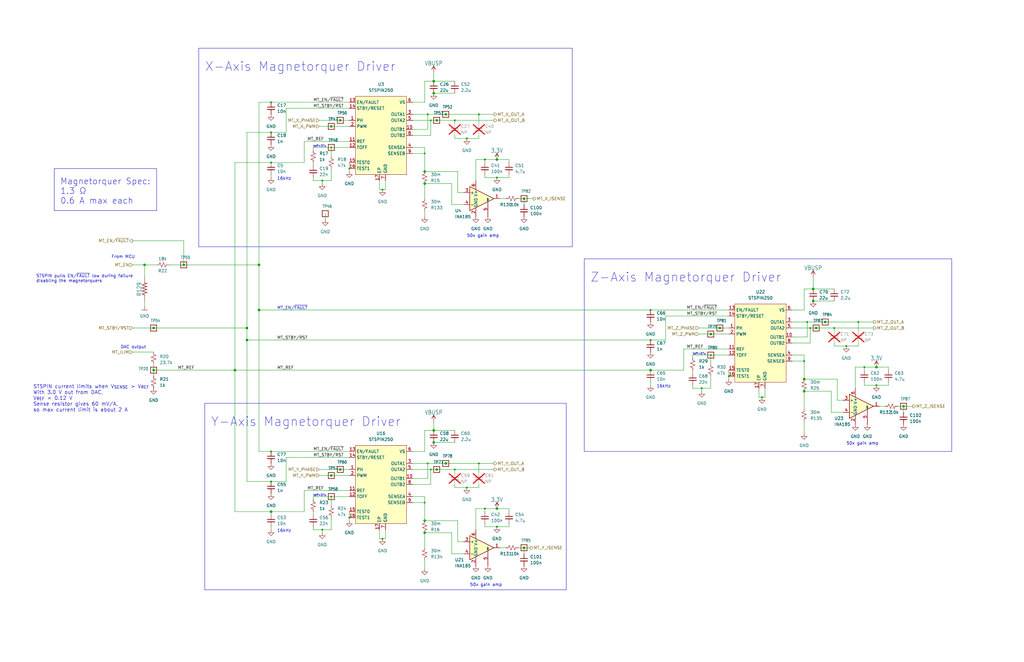
<source format=kicad_sch>
(kicad_sch (version 20250114) (generator "eeschema") (generator_version "9.0")
  (paper "B")
  (title_block (title "OreSat ADCS Card") (date "2023-11-21") (rev "v1.3") (company "Edward Tsoi"))
  (text "STSPIN current limits when V_{SENSE} > V_{REF}\nWith 3.0 V out from DAC,\nV_{REF} = 0.12 V\nSense resistor gives 60 mV/A, \nso max current limit is about 2 A\n" (at 13.97 173.99 0) (effects (font (size 1.524 1.524)) (justify left bottom)))
  (text "DAC output" (at 50.8 147.32 0) (effects (font (size 1.27 1.27)) (justify left bottom)))
  (text "16kHz" (at 116.84 76.2 0) (effects (font (size 1.27 1.27)) (justify left bottom)))
  (text "50x gain amp" (at 196.85 100.33 0) (effects (font (size 1.27 1.27)) (justify left bottom)))
  (text "toff=37u" (at 292.1 149.86 0) (effects (font (size 0.8 0.8)) (justify left bottom)))
  (text "16kHz" (at 116.84 224.79 0) (effects (font (size 1.27 1.27)) (justify left bottom)))
  (text "Y-Axis Magnetorquer Driver" (at 88.9 180.34 0) (effects (font (size 3.81 3.81)) (justify left bottom)))
  (text "From MCU" (at 46.99 109.22 0) (effects (font (size 1.27 1.27)) (justify left bottom)))
  (text "toff=37u" (at 132.08 62.23 0) (effects (font (size 0.8 0.8)) (justify left bottom)))
  (text "toff=37u" (at 132.08 209.55 0) (effects (font (size 0.8 0.8)) (justify left bottom)))
  (text "STSPIN pulls EN/~{FAULT} low during failure\ndisabling the magnetorquers" (at 15.24 119.38 0) (effects (font (size 1.27 1.27)) (justify left bottom)))
  (text "Z-Axis Magnetorquer Driver" (at 248.92 119.38 0) (effects (font (size 3.81 3.81)) (justify left bottom)))
  (text "Magnetorquer Spec:\n1.3 Ω\n0.6 A max each" (at 25.4 86.36 0) (effects (font (size 2.54 2.54)) (justify left bottom)))
  (text "50x gain amp" (at 356.87 187.96 0) (effects (font (size 1.27 1.27)) (justify left bottom)))
  (text "X-Axis Magnetorquer Driver" (at 86.36 30.48 0) (effects (font (size 3.81 3.81)) (justify left bottom)))
  (text "50x gain amp" (at 198.12 247.65 0) (effects (font (size 1.27 1.27)) (justify left bottom)))
  (text "16kHz" (at 276.86 163.83 0) (effects (font (size 1.27 1.27)) (justify left bottom)))
  (text "MT_EN/~{FAULT}" (at 116.84 130.81 0) (effects (font (size 1.27 1.27)) (justify left bottom)))
  (junction (at 220.98 83.82))
  (junction (at 274.32 130.81) (diameter 0.6096))
  (junction (at 187.96 195.58))
  (junction (at 204.47 214.63) (diameter 0.6096))
  (junction (at 104.14 143.51))
  (junction (at 340.36 135.89) (diameter 0.6096))
  (junction (at 181.61 50.8) (diameter 0.6096))
  (junction (at 179.07 224.79))
  (junction (at 114.3 68.58) (diameter 0.6096))
  (junction (at 139.7 209.55) (diameter 0.6096))
  (junction (at 347.98 135.89))
  (junction (at 361.95 135.89) (diameter 0.6096))
  (junction (at 64.77 138.43))
  (junction (at 196.85 58.42) (diameter 0.6096))
  (junction (at 182.88 34.29))
  (junction (at 364.49 154.94) (diameter 0.6096))
  (junction (at 299.72 149.86) (diameter 0.6096))
  (junction (at 135.89 76.2) (diameter 0.6096))
  (junction (at 209.55 67.31))
  (junction (at 201.93 48.26) (diameter 0.6096))
  (junction (at 341.63 138.43) (diameter 0.6096))
  (junction (at 147.32 218.44) (diameter 0.6096))
  (junction (at 147.32 71.12) (diameter 0.6096))
  (junction (at 179.07 72.39))
  (junction (at 191.77 198.12) (diameter 0.6096))
  (junction (at 179.07 212.09) (diameter 0.6096))
  (junction (at 356.87 146.05) (diameter 0.6096))
  (junction (at 369.57 154.94))
  (junction (at 344.17 138.43))
  (junction (at 114.3 43.18) (diameter 0.6096))
  (junction (at 143.51 50.8))
  (junction (at 187.96 48.26))
  (junction (at 104.14 138.43))
  (junction (at 209.55 222.25) (diameter 0.6096))
  (junction (at 180.34 48.26) (diameter 0.6096))
  (junction (at 369.57 162.56) (diameter 0.6096))
  (junction (at 182.88 181.61))
  (junction (at 339.09 165.1))
  (junction (at 381 171.45))
  (junction (at 204.47 67.31) (diameter 0.6096))
  (junction (at 182.88 186.69))
  (junction (at 184.15 50.8))
  (junction (at 274.32 143.51) (diameter 0.6096))
  (junction (at 114.3 215.9))
  (junction (at 342.9 127))
  (junction (at 114.3 190.5) (diameter 0.6096))
  (junction (at 114.3 203.2) (diameter 0.6096))
  (junction (at 182.88 39.37))
  (junction (at 303.53 138.43))
  (junction (at 64.77 156.21))
  (junction (at 77.47 111.76))
  (junction (at 201.93 195.58) (diameter 0.6096))
  (junction (at 184.15 198.12))
  (junction (at 220.98 231.14))
  (junction (at 321.31 167.64) (diameter 0.6096))
  (junction (at 135.89 223.52) (diameter 0.6096))
  (junction (at 114.3 55.88) (diameter 0.6096))
  (junction (at 161.29 227.33) (diameter 0.6096))
  (junction (at 339.09 160.02))
  (junction (at 139.7 200.66))
  (junction (at 351.79 138.43) (diameter 0.6096))
  (junction (at 299.72 140.97))
  (junction (at 339.09 152.4) (diameter 0.6096))
  (junction (at 179.07 77.47))
  (junction (at 161.29 80.01) (diameter 0.6096))
  (junction (at 139.7 53.34))
  (junction (at 274.32 156.21))
  (junction (at 209.55 214.63))
  (junction (at 181.61 198.12) (diameter 0.6096))
  (junction (at 109.22 130.81))
  (junction (at 179.07 64.77) (diameter 0.6096))
  (junction (at 191.77 50.8) (diameter 0.6096))
  (junction (at 295.91 163.83) (diameter 0.6096))
  (junction (at 196.85 205.74) (diameter 0.6096))
  (junction (at 342.9 121.92))
  (junction (at 143.51 198.12))
  (junction (at 60.96 111.76))
  (junction (at 109.22 111.76))
  (junction (at 209.55 74.93) (diameter 0.6096))
  (junction (at 99.06 156.21))
  (junction (at 180.34 195.58) (diameter 0.6096))
  (junction (at 139.7 62.23) (diameter 0.6096))
  (junction (at 179.07 219.71))
  (junction (at 307.34 158.75) (diameter 0.6096))
  (wire (pts (xy 132.08 63.5) (xy 132.08 62.23)))
  (wire (pts (xy 339.09 121.92) (xy 342.9 121.92)))
  (wire (pts (xy 182.88 177.8) (xy 182.88 181.61)))
  (wire (pts (xy 184.15 198.12) (xy 191.77 198.12)))
  (wire (pts (xy 180.34 48.26) (xy 187.96 48.26)))
  (wire (pts (xy 179.07 212.09) (xy 173.99 212.09)))
  (wire (pts (xy 120.65 203.2) (xy 114.3 203.2)))
  (wire (pts (xy 307.34 158.75) (xy 307.34 156.21)))
  (wire (pts (xy 361.95 135.89) (xy 361.95 139.7)))
  (wire (pts (xy 104.14 203.2) (xy 114.3 203.2)))
  (wire (pts (xy 179.07 88.9) (xy 179.07 91.44)))
  (wire (pts (xy 351.79 144.78) (xy 351.79 146.05)))
  (wire (pts (xy 292.1 151.13) (xy 292.1 149.86)))
  (wire (pts (xy 64.77 156.21) (xy 64.77 158.75)))
  (wire (pts (xy 201.93 205.74) (xy 201.93 204.47)))
  (wire (pts (xy 134.62 198.12) (xy 143.51 198.12)))
  (wire (pts (xy 320.04 163.83) (xy 320.04 167.64)))
  (wire (pts (xy 364.49 161.29) (xy 364.49 162.56)))
  (wire (pts (xy 160.02 80.01) (xy 161.29 80.01)))
  (wire (pts (xy 353.06 160.02) (xy 353.06 168.91)))
  (wire (pts (xy 378.46 171.45) (xy 381 171.45)))
  (wire (pts (xy 132.08 210.82) (xy 132.08 209.55)))
  (wire (pts (xy 292.1 149.86) (xy 299.72 149.86)))
  (wire (pts (xy 190.5 77.47) (xy 190.5 86.36)))
  (wire (pts (xy 179.07 62.23) (xy 179.07 64.77)))
  (wire (pts (xy 191.77 50.8) (xy 191.77 52.07)))
  (wire (pts (xy 214.63 74.93) (xy 214.63 73.66)))
  (wire (pts (xy 299.72 149.86) (xy 307.34 149.86)))
  (polyline (pts (xy 83.82 20.32) (xy 83.82 104.14)))
  (wire (pts (xy 220.98 231.14) (xy 223.52 231.14)))
  (wire (pts (xy 132.08 215.9) (xy 132.08 217.17)))
  (wire (pts (xy 139.7 76.2) (xy 135.89 76.2)))
  (wire (pts (xy 99.06 68.58) (xy 114.3 68.58)))
  (wire (pts (xy 132.08 223.52) (xy 132.08 222.25)))
  (wire (pts (xy 173.99 204.47) (xy 181.61 204.47)))
  (wire (pts (xy 143.51 198.12) (xy 147.32 198.12)))
  (wire (pts (xy 114.3 43.18) (xy 147.32 43.18)))
  (wire (pts (xy 214.63 68.58) (xy 214.63 67.31)))
  (wire (pts (xy 209.55 214.63) (xy 214.63 214.63)))
  (wire (pts (xy 128.27 207.01) (xy 147.32 207.01)))
  (polyline (pts (xy 86.36 170.18) (xy 238.76 170.18)))
  (wire (pts (xy 201.93 195.58) (xy 208.28 195.58)))
  (wire (pts (xy 299.72 163.83) (xy 295.91 163.83)))
  (wire (pts (xy 191.77 198.12) (xy 208.28 198.12)))
  (wire (pts (xy 181.61 50.8) (xy 184.15 50.8)))
  (wire (pts (xy 139.7 62.23) (xy 147.32 62.23)))
  (wire (pts (xy 114.3 74.93) (xy 114.3 73.66)))
  (wire (pts (xy 55.88 101.6) (xy 77.47 101.6)))
  (wire (pts (xy 64.77 156.21) (xy 99.06 156.21)))
  (wire (pts (xy 200.66 67.31) (xy 200.66 76.2)))
  (wire (pts (xy 193.04 228.6) (xy 195.58 228.6)))
  (wire (pts (xy 135.89 223.52) (xy 135.89 224.79)))
  (wire (pts (xy 204.47 67.31) (xy 204.47 68.58)))
  (wire (pts (xy 179.07 212.09) (xy 179.07 219.71)))
  (wire (pts (xy 134.62 200.66) (xy 139.7 200.66)))
  (wire (pts (xy 128.27 59.69) (xy 147.32 59.69)))
  (wire (pts (xy 209.55 74.93) (xy 214.63 74.93)))
  (wire (pts (xy 342.9 116.84) (xy 342.9 121.92)))
  (wire (pts (xy 99.06 156.21) (xy 99.06 215.9)))
  (wire (pts (xy 64.77 153.67) (xy 64.77 156.21)))
  (polyline (pts (xy 241.3 104.14) (xy 241.3 20.32)))
  (wire (pts (xy 173.99 62.23) (xy 179.07 62.23)))
  (wire (pts (xy 190.5 233.68) (xy 195.58 233.68)))
  (wire (pts (xy 214.63 215.9) (xy 214.63 214.63)))
  (wire (pts (xy 370.84 171.45) (xy 373.38 171.45)))
  (wire (pts (xy 187.96 48.26) (xy 201.93 48.26)))
  (wire (pts (xy 184.15 50.8) (xy 191.77 50.8)))
  (wire (pts (xy 299.72 149.86) (xy 299.72 153.67)))
  (wire (pts (xy 288.29 156.21) (xy 288.29 147.32)))
  (wire (pts (xy 143.51 50.8) (xy 147.32 50.8)))
  (wire (pts (xy 353.06 168.91) (xy 355.6 168.91)))
  (wire (pts (xy 132.08 76.2) (xy 132.08 74.93)))
  (wire (pts (xy 339.09 130.81) (xy 339.09 121.92)))
  (wire (pts (xy 173.99 209.55) (xy 179.07 209.55)))
  (wire (pts (xy 193.04 219.71) (xy 193.04 228.6)))
  (wire (pts (xy 351.79 146.05) (xy 356.87 146.05)))
  (wire (pts (xy 139.7 53.34) (xy 147.32 53.34)))
  (wire (pts (xy 339.09 177.8) (xy 339.09 182.88)))
  (wire (pts (xy 135.89 76.2) (xy 132.08 76.2)))
  (wire (pts (xy 120.65 45.72) (xy 147.32 45.72)))
  (wire (pts (xy 179.07 236.22) (xy 179.07 240.03)))
  (wire (pts (xy 369.57 162.56) (xy 374.65 162.56)))
  (wire (pts (xy 104.14 138.43) (xy 104.14 143.51)))
  (wire (pts (xy 204.47 222.25) (xy 209.55 222.25)))
  (polyline (pts (xy 22.86 71.12) (xy 66.04 71.12)))
  (wire (pts (xy 104.14 143.51) (xy 274.32 143.51)))
  (wire (pts (xy 351.79 138.43) (xy 368.3 138.43)))
  (wire (pts (xy 344.17 138.43) (xy 351.79 138.43)))
  (wire (pts (xy 139.7 209.55) (xy 139.7 213.36)))
  (wire (pts (xy 196.85 205.74) (xy 201.93 205.74)))
  (wire (pts (xy 77.47 111.76) (xy 109.22 111.76)))
  (wire (pts (xy 173.99 57.15) (xy 181.61 57.15)))
  (wire (pts (xy 274.32 130.81) (xy 307.34 130.81)))
  (wire (pts (xy 179.07 219.71) (xy 193.04 219.71)))
  (wire (pts (xy 334.01 135.89) (xy 340.36 135.89)))
  (wire (pts (xy 179.07 77.47) (xy 179.07 83.82)))
  (wire (pts (xy 210.82 231.14) (xy 213.36 231.14)))
  (wire (pts (xy 182.88 34.29) (xy 191.77 34.29)))
  (wire (pts (xy 204.47 220.98) (xy 204.47 222.25)))
  (polyline (pts (xy 401.32 190.5) (xy 246.38 190.5)))
  (wire (pts (xy 340.36 135.89) (xy 347.98 135.89)))
  (wire (pts (xy 191.77 204.47) (xy 191.77 205.74)))
  (wire (pts (xy 162.56 80.01) (xy 162.56 76.2)))
  (wire (pts (xy 114.3 190.5) (xy 147.32 190.5)))
  (polyline (pts (xy 22.86 71.12) (xy 22.86 88.9)))
  (wire (pts (xy 341.63 138.43) (xy 344.17 138.43)))
  (wire (pts (xy 181.61 204.47) (xy 181.61 198.12)))
  (wire (pts (xy 173.99 198.12) (xy 181.61 198.12)))
  (wire (pts (xy 132.08 209.55) (xy 139.7 209.55)))
  (wire (pts (xy 134.62 53.34) (xy 139.7 53.34)))
  (wire (pts (xy 204.47 73.66) (xy 204.47 74.93)))
  (wire (pts (xy 180.34 201.93) (xy 180.34 195.58)))
  (wire (pts (xy 120.65 193.04) (xy 120.65 203.2)))
  (wire (pts (xy 339.09 160.02) (xy 353.06 160.02)))
  (wire (pts (xy 60.96 116.84) (xy 60.96 111.76)))
  (wire (pts (xy 292.1 156.21) (xy 292.1 157.48)))
  (polyline (pts (xy 246.38 109.22) (xy 246.38 190.5)))
  (wire (pts (xy 180.34 54.61) (xy 180.34 48.26)))
  (wire (pts (xy 114.3 68.58) (xy 128.27 68.58)))
  (wire (pts (xy 200.66 214.63) (xy 200.66 223.52)))
  (wire (pts (xy 147.32 72.39) (xy 147.32 71.12)))
  (wire (pts (xy 114.3 223.52) (xy 114.3 222.25)))
  (wire (pts (xy 181.61 198.12) (xy 184.15 198.12)))
  (polyline (pts (xy 66.04 71.12) (xy 66.04 88.9)))
  (wire (pts (xy 274.32 156.21) (xy 288.29 156.21)))
  (wire (pts (xy 191.77 57.15) (xy 191.77 58.42)))
  (wire (pts (xy 307.34 160.02) (xy 307.34 158.75)))
  (wire (pts (xy 114.3 55.88) (xy 104.14 55.88)))
  (wire (pts (xy 280.67 133.35) (xy 307.34 133.35)))
  (wire (pts (xy 374.65 162.56) (xy 374.65 161.29)))
  (wire (pts (xy 190.5 224.79) (xy 190.5 233.68)))
  (wire (pts (xy 303.53 138.43) (xy 307.34 138.43)))
  (wire (pts (xy 334.01 138.43) (xy 341.63 138.43)))
  (wire (pts (xy 132.08 62.23) (xy 139.7 62.23)))
  (wire (pts (xy 361.95 135.89) (xy 368.3 135.89)))
  (wire (pts (xy 135.89 223.52) (xy 132.08 223.52)))
  (wire (pts (xy 179.07 224.79) (xy 190.5 224.79)))
  (wire (pts (xy 191.77 50.8) (xy 208.28 50.8)))
  (polyline (pts (xy 86.36 170.18) (xy 86.36 248.92)))
  (polyline (pts (xy 238.76 248.92) (xy 86.36 248.92)))
  (wire (pts (xy 364.49 154.94) (xy 364.49 156.21)))
  (wire (pts (xy 134.62 50.8) (xy 143.51 50.8)))
  (wire (pts (xy 214.63 222.25) (xy 214.63 220.98)))
  (wire (pts (xy 132.08 68.58) (xy 132.08 69.85)))
  (wire (pts (xy 334.01 142.24) (xy 340.36 142.24)))
  (wire (pts (xy 200.66 214.63) (xy 204.47 214.63)))
  (wire (pts (xy 294.64 140.97) (xy 299.72 140.97)))
  (wire (pts (xy 209.55 67.31) (xy 214.63 67.31)))
  (wire (pts (xy 173.99 50.8) (xy 181.61 50.8)))
  (wire (pts (xy 139.7 62.23) (xy 139.7 66.04)))
  (wire (pts (xy 160.02 227.33) (xy 161.29 227.33)))
  (wire (pts (xy 360.68 154.94) (xy 364.49 154.94)))
  (wire (pts (xy 99.06 156.21) (xy 274.32 156.21)))
  (wire (pts (xy 60.96 111.76) (xy 66.04 111.76)))
  (wire (pts (xy 162.56 227.33) (xy 162.56 223.52)))
  (wire (pts (xy 139.7 218.44) (xy 139.7 223.52)))
  (wire (pts (xy 322.58 167.64) (xy 322.58 163.83)))
  (wire (pts (xy 381 171.45) (xy 381 173.99)))
  (wire (pts (xy 114.3 215.9) (xy 114.3 217.17)))
  (wire (pts (xy 204.47 74.93) (xy 209.55 74.93)))
  (wire (pts (xy 181.61 57.15) (xy 181.61 50.8)))
  (wire (pts (xy 179.07 64.77) (xy 179.07 72.39)))
  (wire (pts (xy 128.27 207.01) (xy 128.27 215.9)))
  (wire (pts (xy 60.96 127) (xy 60.96 129.54)))
  (wire (pts (xy 191.77 198.12) (xy 191.77 199.39)))
  (wire (pts (xy 193.04 72.39) (xy 193.04 81.28)))
  (wire (pts (xy 295.91 163.83) (xy 295.91 165.1)))
  (wire (pts (xy 294.64 138.43) (xy 303.53 138.43)))
  (polyline (pts (xy 66.04 88.9) (xy 22.86 88.9)))
  (wire (pts (xy 220.98 83.82) (xy 220.98 86.36)))
  (wire (pts (xy 209.55 222.25) (xy 214.63 222.25)))
  (wire (pts (xy 341.63 144.78) (xy 341.63 138.43)))
  (wire (pts (xy 210.82 83.82) (xy 213.36 83.82)))
  (wire (pts (xy 201.93 58.42) (xy 201.93 57.15)))
  (wire (pts (xy 288.29 147.32) (xy 307.34 147.32)))
  (wire (pts (xy 139.7 223.52) (xy 135.89 223.52)))
  (wire (pts (xy 218.44 231.14) (xy 220.98 231.14)))
  (wire (pts (xy 204.47 214.63) (xy 209.55 214.63)))
  (wire (pts (xy 160.02 76.2) (xy 160.02 80.01)))
  (wire (pts (xy 339.09 165.1) (xy 350.52 165.1)))
  (wire (pts (xy 187.96 195.58) (xy 201.93 195.58)))
  (wire (pts (xy 364.49 162.56) (xy 369.57 162.56)))
  (wire (pts (xy 109.22 111.76) (xy 109.22 130.81)))
  (wire (pts (xy 64.77 138.43) (xy 104.14 138.43)))
  (wire (pts (xy 173.99 201.93) (xy 180.34 201.93)))
  (wire (pts (xy 179.07 224.79) (xy 179.07 231.14)))
  (wire (pts (xy 339.09 165.1) (xy 339.09 172.72)))
  (wire (pts (xy 179.07 43.18) (xy 179.07 34.29)))
  (wire (pts (xy 190.5 86.36) (xy 195.58 86.36)))
  (wire (pts (xy 201.93 48.26) (xy 201.93 52.07)))
  (wire (pts (xy 342.9 121.92) (xy 351.79 121.92)))
  (wire (pts (xy 147.32 71.12) (xy 147.32 68.58)))
  (wire (pts (xy 220.98 231.14) (xy 220.98 233.68)))
  (wire (pts (xy 179.07 34.29) (xy 182.88 34.29)))
  (wire (pts (xy 114.3 215.9) (xy 128.27 215.9)))
  (wire (pts (xy 182.88 186.69) (xy 191.77 186.69)))
  (wire (pts (xy 179.07 64.77) (xy 173.99 64.77)))
  (wire (pts (xy 137.16 90.17) (xy 137.16 92.71)))
  (wire (pts (xy 161.29 227.33) (xy 162.56 227.33)))
  (wire (pts (xy 193.04 81.28) (xy 195.58 81.28)))
  (polyline (pts (xy 83.82 20.32) (xy 241.3 20.32)))
  (wire (pts (xy 334.01 130.81) (xy 339.09 130.81)))
  (wire (pts (xy 173.99 190.5) (xy 179.07 190.5)))
  (wire (pts (xy 71.12 111.76) (xy 77.47 111.76)))
  (wire (pts (xy 179.07 72.39) (xy 193.04 72.39)))
  (wire (pts (xy 147.32 219.71) (xy 147.32 218.44)))
  (wire (pts (xy 350.52 173.99) (xy 355.6 173.99)))
  (wire (pts (xy 347.98 135.89) (xy 361.95 135.89)))
  (wire (pts (xy 369.57 154.94) (xy 374.65 154.94)))
  (wire (pts (xy 361.95 146.05) (xy 361.95 144.78)))
  (wire (pts (xy 340.36 142.24) (xy 340.36 135.89)))
  (wire (pts (xy 99.06 68.58) (xy 99.06 156.21)))
  (polyline (pts (xy 246.38 109.22) (xy 401.32 109.22)))
  (wire (pts (xy 120.65 45.72) (xy 120.65 55.88)))
  (wire (pts (xy 135.89 76.2) (xy 135.89 77.47)))
  (wire (pts (xy 339.09 152.4) (xy 334.01 152.4)))
  (wire (pts (xy 351.79 138.43) (xy 351.79 139.7)))
  (wire (pts (xy 360.68 154.94) (xy 360.68 163.83)))
  (polyline (pts (xy 401.32 109.22) (xy 401.32 190.5)))
  (wire (pts (xy 179.07 77.47) (xy 190.5 77.47)))
  (wire (pts (xy 299.72 140.97) (xy 307.34 140.97)))
  (wire (pts (xy 104.14 143.51) (xy 104.14 203.2)))
  (wire (pts (xy 374.65 156.21) (xy 374.65 154.94)))
  (wire (pts (xy 201.93 195.58) (xy 201.93 199.39)))
  (wire (pts (xy 55.88 148.59) (xy 64.77 148.59)))
  (wire (pts (xy 191.77 205.74) (xy 196.85 205.74)))
  (wire (pts (xy 128.27 68.58) (xy 128.27 59.69)))
  (wire (pts (xy 201.93 48.26) (xy 208.28 48.26)))
  (wire (pts (xy 161.29 80.01) (xy 162.56 80.01)))
  (wire (pts (xy 350.52 165.1) (xy 350.52 173.99)))
  (wire (pts (xy 381 171.45) (xy 384.81 171.45)))
  (wire (pts (xy 173.99 43.18) (xy 179.07 43.18)))
  (wire (pts (xy 204.47 214.63) (xy 204.47 215.9)))
  (wire (pts (xy 109.22 130.81) (xy 109.22 190.5)))
  (wire (pts (xy 280.67 133.35) (xy 280.67 143.51)))
  (wire (pts (xy 196.85 58.42) (xy 201.93 58.42)))
  (wire (pts (xy 180.34 195.58) (xy 187.96 195.58)))
  (wire (pts (xy 295.91 163.83) (xy 292.1 163.83)))
  (wire (pts (xy 147.32 218.44) (xy 147.32 215.9)))
  (wire (pts (xy 321.31 167.64) (xy 322.58 167.64)))
  (wire (pts (xy 173.99 195.58) (xy 180.34 195.58)))
  (wire (pts (xy 320.04 167.64) (xy 321.31 167.64)))
  (wire (pts (xy 182.88 30.48) (xy 182.88 34.29)))
  (wire (pts (xy 104.14 55.88) (xy 104.14 138.43)))
  (wire (pts (xy 139.7 209.55) (xy 147.32 209.55)))
  (wire (pts (xy 220.98 83.82) (xy 224.79 83.82)))
  (wire (pts (xy 77.47 101.6) (xy 77.47 111.76)))
  (wire (pts (xy 179.07 209.55) (xy 179.07 212.09)))
  (wire (pts (xy 173.99 54.61) (xy 180.34 54.61)))
  (wire (pts (xy 356.87 146.05) (xy 361.95 146.05)))
  (wire (pts (xy 182.88 39.37) (xy 191.77 39.37)))
  (polyline (pts (xy 238.76 170.18) (xy 238.76 248.92)))
  (wire (pts (xy 60.96 111.76) (xy 55.88 111.76)))
  (wire (pts (xy 139.7 71.12) (xy 139.7 76.2)))
  (wire (pts (xy 173.99 48.26) (xy 180.34 48.26)))
  (wire (pts (xy 99.06 215.9) (xy 114.3 215.9)))
  (wire (pts (xy 280.67 143.51) (xy 274.32 143.51)))
  (wire (pts (xy 182.88 181.61) (xy 191.77 181.61)))
  (wire (pts (xy 139.7 200.66) (xy 147.32 200.66)))
  (wire (pts (xy 109.22 130.81) (xy 274.32 130.81)))
  (wire (pts (xy 334.01 149.86) (xy 339.09 149.86)))
  (wire (pts (xy 334.01 144.78) (xy 341.63 144.78)))
  (wire (pts (xy 179.07 190.5) (xy 179.07 181.61)))
  (wire (pts (xy 364.49 154.94) (xy 369.57 154.94)))
  (wire (pts (xy 191.77 58.42) (xy 196.85 58.42)))
  (wire (pts (xy 120.65 193.04) (xy 147.32 193.04)))
  (wire (pts (xy 179.07 181.61) (xy 182.88 181.61)))
  (wire (pts (xy 109.22 190.5) (xy 114.3 190.5)))
  (wire (pts (xy 109.22 43.18) (xy 109.22 111.76)))
  (wire (pts (xy 200.66 67.31) (xy 204.47 67.31)))
  (wire (pts (xy 204.47 67.31) (xy 209.55 67.31)))
  (wire (pts (xy 299.72 158.75) (xy 299.72 163.83)))
  (wire (pts (xy 109.22 43.18) (xy 114.3 43.18)))
  (polyline (pts (xy 83.82 104.14) (xy 241.3 104.14)))
  (wire (pts (xy 120.65 55.88) (xy 114.3 55.88)))
  (wire (pts (xy 342.9 127) (xy 351.79 127)))
  (wire (pts (xy 292.1 163.83) (xy 292.1 162.56)))
  (wire (pts (xy 160.02 223.52) (xy 160.02 227.33)))
  (wire (pts (xy 274.32 162.56) (xy 274.32 161.29)))
  (wire (pts (xy 218.44 83.82) (xy 220.98 83.82)))
  (wire (pts (xy 55.88 138.43) (xy 64.77 138.43)))
  (wire (pts (xy 339.09 152.4) (xy 339.09 160.02)))
  (wire (pts (xy 339.09 149.86) (xy 339.09 152.4)))
  (label "MT_EN{slash}~{FAULT}" (at 132.08 43.18 0))
  (label "MT_STBY{slash}RST" (at 132.08 45.72 0))
  (label "MT_STBY{slash}RST" (at 289.56 133.35 0))
  (label "MT_REF" (at 289.56 147.32 0))
  (label "MT_REF" (at 129.54 59.69 0))
  (label "MT_STBY{slash}RST" (at 116.84 143.51 0))
  (label "MT_REF" (at 129.54 207.01 0))
  (label "MT_REF" (at 116.84 156.21 0))
  (label "MT_STBY{slash}RST" (at 132.08 193.04 0))
  (label "MT_EN{slash}~{FAULT}" (at 132.08 190.5 0))
  (label "MT_REF" (at 74.93 156.21 0))
  (label "MT_EN{slash}~{FAULT}" (at 289.56 130.81 0))
  (hierarchical_label "MT_Y_ISENSE" (shape output) (at 223.52 231.14 0))
  (hierarchical_label "MT_ILIM" (shape input) (at 55.88 148.59 180))
  (hierarchical_label "MT_EN{slash}~{FAULT}" (shape output) (at 55.88 101.6 180))
  (hierarchical_label "MT_Z_PWM" (shape input) (at 294.64 140.97 180))
  (hierarchical_label "MT_Y_OUT_A" (shape output) (at 208.28 195.58 0))
  (hierarchical_label "MT_Y_OUT_B" (shape output) (at 208.28 198.12 0))
  (hierarchical_label "MT_X_ISENSE" (shape output) (at 224.79 83.82 0))
  (hierarchical_label "MT_Z_ISENSE" (shape output) (at 384.81 171.45 0))
  (hierarchical_label "MT_EN" (shape input) (at 55.88 111.76 180))
  (hierarchical_label "MT_Y_PWM" (shape input) (at 134.62 200.66 180))
  (hierarchical_label "MT_Z_PHASE" (shape input) (at 294.64 138.43 180))
  (hierarchical_label "MT_X_OUT_B" (shape output) (at 208.28 50.8 0))
  (hierarchical_label "MT_X_PWM" (shape input) (at 134.62 53.34 180))
  (hierarchical_label "MT_Z_OUT_A" (shape output) (at 368.3 135.89 0))
  (hierarchical_label "MT_Z_OUT_B" (shape output) (at 368.3 138.43 0))
  (hierarchical_label "MT_Y_PHASE" (shape input) (at 134.62 198.12 180))
  (hierarchical_label "MT_X_PHASE" (shape input) (at 134.62 50.8 180))
  (hierarchical_label "MT_STBY{slash}RST" (shape input) (at 55.88 138.43 180))
  (hierarchical_label "MT_X_OUT_A" (shape output) (at 208.28 48.26 0))
  (symbol (lib_id "Device:C_Small") (at 214.63 71.12 0) (unit 1)
    (property "Reference" "C51" (at 217.17 69.8499 0) (effects (justify left)))
    (property "Value" "4.7u" (at 217.17 72.3899 0) (effects (justify left)))
    (property "Footprint" "Capacitor_SMD:C_0603_1608Metric" (effects (hide yes)))
  )
  (symbol (lib_id "oresat-acs-card-eagle-import:TEST-POINT-LARGE-SQUARE") (at 139.7 62.23 0) (mirror x) (unit 1)
    (property "Reference" "TP48" (at 138.43 58.42 0) (effects (font (size 1.27 1.0795)) (justify left bottom)))
    (property "Value" "TEST-POINT-LARGE-SQUARE" (effects (hide yes)))
    (property "Footprint" "oresat-acs-card:1X01" (effects (hide yes)))
  )
  (symbol (lib_id "Device:C_Small") (at 191.77 201.93 0) (unit 1) (dnp yes)
    (property "Reference" "C59" (at 194.31 200.6599 0) (effects (justify left)))
    (property "Value" "NP" (at 194.31 203.1999 0) (effects (justify left)))
    (property "Footprint" "Capacitor_SMD:C_0603_1608Metric" (effects (hide yes)))
  )
  (symbol (lib_id "power:GND") (at 135.89 224.79 0) (unit 1)
    (property "Reference" "#PWR09" (effects (hide yes)))
    (property "Value" "GND" (at 135.89 229.87 0))
  )
  (symbol (lib_id "Device:C_Small") (at 351.79 142.24 0) (unit 1) (dnp yes)
    (property "Reference" "C71" (at 354.33 140.9699 0) (effects (justify left)))
    (property "Value" "NP" (at 354.33 143.5099 0) (effects (justify left)))
    (property "Footprint" "Capacitor_SMD:C_0603_1608Metric" (effects (hide yes)))
  )
  (symbol (lib_id "Device:C_Small") (at 201.93 201.93 0) (unit 1) (dnp yes)
    (property "Reference" "C61" (at 204.47 200.6599 0) (effects (justify left)))
    (property "Value" "NP" (at 204.47 203.1999 0) (effects (justify left)))
    (property "Footprint" "Capacitor_SMD:C_0603_1608Metric" (effects (hide yes)))
  )
  (symbol (lib_id "oresat-acs-card-eagle-import:TEST-POINT-LARGE-SQUARE") (at 143.51 50.8 0) (mirror x) (unit 1)
    (property "Reference" "TP50" (at 142.24 46.99 0) (effects (font (size 1.27 1.0795)) (justify left bottom)))
    (property "Value" "TEST-POINT-LARGE-SQUARE" (effects (hide yes)))
    (property "Footprint" "oresat-acs-card:1X01" (effects (hide yes)))
  )
  (symbol (lib_id "Device:C_Small") (at 114.3 193.04 0) (unit 1)
    (property "Reference" "C77" (at 116.84 191.7699 0) (effects (justify left)))
    (property "Value" "10n" (at 116.84 194.3099 0) (effects (justify left)))
    (property "Footprint" "Capacitor_SMD:C_0603_1608Metric" (effects (hide yes)))
  )
  (symbol (lib_id "Device:C_Small") (at 361.95 142.24 0) (unit 1) (dnp yes)
    (property "Reference" "C73" (at 364.49 140.9699 0) (effects (justify left)))
    (property "Value" "NP" (at 364.49 143.5099 0) (effects (justify left)))
    (property "Footprint" "Capacitor_SMD:C_0603_1608Metric" (effects (hide yes)))
  )
  (symbol (lib_id "power:GND") (at 161.29 227.33 0) (unit 1)
    (property "Reference" "#PWR014" (effects (hide yes)))
    (property "Value" "GND" (at 161.29 232.41 0))
  )
  (symbol (lib_id "Device:C_Small") (at 114.3 205.74 0) (unit 1)
    (property "Reference" "C55" (at 116.84 204.4699 0) (effects (justify left)))
    (property "Value" "1n" (at 116.84 207.0099 0) (effects (justify left)))
    (property "Footprint" "Capacitor_SMD:C_0603_1608Metric" (effects (hide yes)))
  )
  (symbol (lib_id "Device:C_Small") (at 191.77 54.61 0) (unit 1) (dnp yes)
    (property "Reference" "C27" (at 194.31 53.3399 0) (effects (justify left)))
    (property "Value" "NP" (at 194.31 55.8799 0) (effects (justify left)))
    (property "Footprint" "Capacitor_SMD:C_0603_1608Metric" (effects (hide yes)))
  )
  (symbol (lib_id "Device:C_Small") (at 381 176.53 0) (unit 1)
    (property "Reference" "C102" (at 383.54 175.2599 0) (effects (justify left)))
    (property "Value" "100n" (at 383.54 177.7999 0) (effects (justify left)))
    (property "Footprint" "Capacitor_SMD:C_0603_1608Metric" (effects (hide yes)))
  )
  (symbol (lib_id "Device:C_Small") (at 351.79 124.46 0) (unit 1)
    (property "Reference" "C72" (at 354.33 123.1899 0) (effects (justify left)))
    (property "Value" "2.2u" (at 354.33 125.7299 0) (effects (justify left)))
    (property "Footprint" "Capacitor_SMD:C_0603_1608Metric" (effects (hide yes)))
  )
  (symbol (lib_id "power:GND") (at 274.32 148.59 0) (unit 1)
    (property "Reference" "#PWR028" (effects (hide yes)))
    (property "Value" "GND" (at 274.32 153.67 0))
  )
  (symbol (lib_id "Device:C_Small") (at 364.49 158.75 0) (unit 1)
    (property "Reference" "C62" (at 367.03 157.4799 0) (effects (justify left)))
    (property "Value" "100n" (at 367.03 160.0199 0) (effects (justify left)))
    (property "Footprint" "Capacitor_SMD:C_0603_1608Metric" (effects (hide yes)))
  )
  (symbol (lib_id "oresat-acs-card-eagle-import:3.3V") (at 209.55 67.31 0) (mirror y) (unit 1)
    (property "Reference" "#SUPPLY01" (effects (hide yes)))
    (property "Value" "3.3V" (at 209.55 64.516 0) (effects (font (size 1.778 1.5113)) (justify bottom)))
  )
  (symbol (lib_id "power:GND") (at 182.88 39.37 0) (unit 1)
    (property "Reference" "#PWR017" (effects (hide yes)))
    (property "Value" "GND" (at 182.88 44.45 0))
  )
  (symbol (lib_id "oresat-ics:INA185") (at 203.2 83.82 0) (unit 1)
    (property "Reference" "U4" (at 191.77 88.8999 0) (effects (justify left)))
    (property "Value" "INA185" (at 191.77 91.4399 0) (effects (justify left)))
    (property "Footprint" "Package_TO_SOT_SMD:SOT-563" (effects (hide yes)))
    (property "Datasheet" "https://www.ti.com/lit/ds/symlink/ina185.pdf" (effects (hide yes)))
  )
  (symbol (lib_id "power:GND") (at 209.55 74.93 0) (unit 1)
    (property "Reference" "#PWR025" (effects (hide yes)))
    (property "Value" "GND" (at 209.55 80.01 0))
  )
  (symbol (lib_id "oresat-acs-card-eagle-import:TEST-POINT-LARGE-SQUARE") (at 139.7 209.55 0) (mirror x) (unit 1)
    (property "Reference" "TP58" (at 138.43 205.74 0) (effects (font (size 1.27 1.0795)) (justify left bottom)))
    (property "Value" "TEST-POINT-LARGE-SQUARE" (effects (hide yes)))
    (property "Footprint" "oresat-acs-card:1X01" (effects (hide yes)))
  )
  (symbol (lib_id "oresat-acs-card-eagle-import:R-US_0603-C-NOSILK") (at 60.96 121.92 90) (unit 1)
    (property "Reference" "R129" (at 59.69 125.095 0) (effects (font (size 1.778 1.5113)) (justify left bottom)))
    (property "Value" "10k" (effects (hide yes)))
    (property "Footprint" "oresat-passives:0603-C-NOSILK" (effects (hide yes)))
  )
  (symbol (lib_id "Device:C_Small") (at 220.98 88.9 0) (unit 1)
    (property "Reference" "C100" (at 223.52 87.6299 0) (effects (justify left)))
    (property "Value" "100n" (at 223.52 90.1699 0) (effects (justify left)))
    (property "Footprint" "Capacitor_SMD:C_0603_1608Metric" (effects (hide yes)))
  )
  (symbol (lib_id "oresat-acs-card-eagle-import:TEST-POINT-LARGE-SQUARE") (at 381 171.45 0) (mirror x) (unit 1)
    (property "Reference" "TP87" (at 379.73 167.64 0) (effects (font (size 1.27 1.0795)) (justify left bottom)))
    (property "Value" "TEST-POINT-LARGE-SQUARE" (effects (hide yes)))
    (property "Footprint" "oresat-acs-card:1X01" (effects (hide yes)))
  )
  (symbol (lib_id "power:GND") (at 135.89 77.47 0) (unit 1)
    (property "Reference" "#PWR08" (effects (hide yes)))
    (property "Value" "GND" (at 135.89 82.55 0))
  )
  (symbol (lib_id "Device:R_Small_US") (at 68.58 111.76 90) (unit 1)
    (property "Reference" "R22" (at 68.58 114.3 90))
    (property "Value" "18k" (at 68.58 109.22 90))
    (property "Footprint" "oresat-passives:0603-C-NOSILK" (effects (hide yes)))
  )
  (symbol (lib_id "power:GND") (at 182.88 186.69 0) (unit 1)
    (property "Reference" "#PWR018" (effects (hide yes)))
    (property "Value" "GND" (at 182.88 191.77 0))
  )
  (symbol (lib_id "Device:R_Small_US") (at 339.09 162.56 0) (mirror x) (unit 1)
    (property "Reference" "R25" (at 341.63 163.8301 0) (effects (justify left)))
    (property "Value" "30m" (at 341.63 161.2901 0) (effects (justify left)))
    (property "Footprint" "Resistor_SMD:R_1206_3216Metric" (effects (hide yes)))
  )
  (symbol (lib_id "power:GND") (at 274.32 135.89 0) (unit 1)
    (property "Reference" "#PWR027" (effects (hide yes)))
    (property "Value" "GND" (at 274.32 140.97 0))
  )
  (symbol (lib_id "Device:C_Small") (at 114.3 58.42 0) (unit 1)
    (property "Reference" "C18" (at 116.84 57.1499 0) (effects (justify left)))
    (property "Value" "1n" (at 116.84 59.6899 0) (effects (justify left)))
    (property "Footprint" "Capacitor_SMD:C_0603_1608Metric" (effects (hide yes)))
  )
  (symbol (lib_id "Device:R_Small_US") (at 139.7 215.9 0) (unit 1)
    (property "Reference" "R24" (at 142.24 214.6299 0) (effects (justify left)))
    (property "Value" "47k" (at 142.24 217.1699 0) (effects (justify left)))
    (property "Footprint" "Resistor_SMD:R_0603_1608Metric" (effects (hide yes)))
  )
  (symbol (lib_id "Device:C_Small") (at 204.47 71.12 0) (unit 1)
    (property "Reference" "C41" (at 207.01 69.8499 0) (effects (justify left)))
    (property "Value" "100n" (at 207.01 72.3899 0) (effects (justify left)))
    (property "Footprint" "Capacitor_SMD:C_0603_1608Metric" (effects (hide yes)))
  )
  (symbol (lib_id "power:GND") (at 205.74 91.44 0) (unit 1)
    (property "Reference" "#PWR023" (effects (hide yes)))
    (property "Value" "GND" (at 205.74 96.52 0))
  )
  (symbol (lib_id "Device:C_Small") (at 132.08 219.71 0) (unit 1)
    (property "Reference" "C56" (at 134.62 218.4399 0) (effects (justify left)))
    (property "Value" "22n" (at 134.62 220.9799 0) (effects (justify left)))
    (property "Footprint" "Capacitor_SMD:C_0603_1608Metric" (effects (hide yes)))
  )
  (symbol (lib_id "Device:C_Small") (at 114.3 45.72 0) (unit 1)
    (property "Reference" "C17" (at 116.84 44.4499 0) (effects (justify left)))
    (property "Value" "10n" (at 116.84 46.9899 0) (effects (justify left)))
    (property "Footprint" "Capacitor_SMD:C_0603_1608Metric" (effects (hide yes)))
  )
  (symbol (lib_id "power:GND") (at 179.07 91.44 0) (unit 1)
    (property "Reference" "#PWR015" (effects (hide yes)))
    (property "Value" "GND" (at 179.07 96.52 0))
  )
  (symbol (lib_id "Device:C_Small") (at 132.08 72.39 0) (unit 1)
    (property "Reference" "C19" (at 134.62 71.1199 0) (effects (justify left)))
    (property "Value" "22n" (at 134.62 73.6599 0) (effects (justify left)))
    (property "Footprint" "Capacitor_SMD:C_0603_1608Metric" (effects (hide yes)))
  )
  (symbol (lib_id "Device:R_Small_US") (at 215.9 231.14 90) (unit 1)
    (property "Reference" "R131" (at 213.36 233.68 90))
    (property "Value" "10k" (at 217.17 233.68 90))
    (property "Footprint" "Resistor_SMD:R_0603_1608Metric" (effects (hide yes)))
  )
  (symbol (lib_id "power:GND") (at 179.07 240.03 0) (unit 1)
    (property "Reference" "#PWR016" (effects (hide yes)))
    (property "Value" "GND" (at 179.07 245.11 0))
  )
  (symbol (lib_id "oresat-acs-card-eagle-import:TEST-POINT-LARGE-SQUARE") (at 299.72 149.86 0) (mirror x) (unit 1)
    (property "Reference" "TP80" (at 298.45 146.05 0) (effects (font (size 1.27 1.0795)) (justify left bottom)))
    (property "Value" "TEST-POINT-LARGE-SQUARE" (effects (hide yes)))
    (property "Footprint" "oresat-acs-card:1X01" (effects (hide yes)))
  )
  (symbol (lib_id "oresat-acs-card-eagle-import:VBUSP") (at 342.9 116.84 0) (unit 1)
    (property "Reference" "#VBUSP04" (effects (hide yes)))
    (property "Value" "VBUSP" (at 342.9 114.046 0) (effects (font (size 1.778 1.5113)) (justify bottom)))
  )
  (symbol (lib_id "Device:R_Small_US") (at 179.07 86.36 0) (mirror x) (unit 1)
    (property "Reference" "R133" (at 181.61 87.63 0) (effects (justify left)))
    (property "Value" "30m" (at 181.61 85.09 0) (effects (justify left)))
    (property "Footprint" "Resistor_SMD:R_1206_3216Metric" (effects (hide yes)))
  )
  (symbol (lib_id "Device:C_Small") (at 292.1 160.02 0) (unit 1)
    (property "Reference" "C68" (at 294.64 158.7499 0) (effects (justify left)))
    (property "Value" "22n" (at 294.64 161.2899 0) (effects (justify left)))
    (property "Footprint" "Capacitor_SMD:C_0603_1608Metric" (effects (hide yes)))
  )
  (symbol (lib_id "power:GND") (at 114.3 74.93 0) (unit 1)
    (property "Reference" "#PWR04" (effects (hide yes)))
    (property "Value" "GND" (at 114.3 80.01 0))
  )
  (symbol (lib_id "power:GND") (at 274.32 162.56 0) (unit 1)
    (property "Reference" "#PWR029" (effects (hide yes)))
    (property "Value" "GND" (at 274.32 167.64 0))
  )
  (symbol (lib_id "power:GND") (at 147.32 219.71 0) (unit 1)
    (property "Reference" "#PWR012" (effects (hide yes)))
    (property "Value" "GND" (at 147.32 224.79 0))
  )
  (symbol (lib_id "power:GND") (at 365.76 179.07 0) (unit 1)
    (property "Reference" "#PWR037" (effects (hide yes)))
    (property "Value" "GND" (at 365.76 184.15 0))
  )
  (symbol (lib_id "Device:R_Small_US") (at 339.09 175.26 0) (mirror x) (unit 1)
    (property "Reference" "R135" (at 341.63 176.5301 0) (effects (justify left)))
    (property "Value" "30m" (at 341.63 173.9901 0) (effects (justify left)))
    (property "Footprint" "Resistor_SMD:R_1206_3216Metric" (effects (hide yes)))
  )
  (symbol (lib_id "power:GND") (at 114.3 223.52 0) (unit 1)
    (property "Reference" "#PWR07" (effects (hide yes)))
    (property "Value" "GND" (at 114.3 228.6 0))
  )
  (symbol (lib_id "power:GND") (at 196.85 205.74 0) (unit 1)
    (property "Reference" "#PWR020" (effects (hide yes)))
    (property "Value" "GND" (at 196.85 210.82 0))
  )
  (symbol (lib_id "Device:R_Small_US") (at 299.72 156.21 0) (unit 1)
    (property "Reference" "R30" (at 302.26 154.9399 0) (effects (justify left)))
    (property "Value" "47k" (at 302.26 157.4799 0) (effects (justify left)))
    (property "Footprint" "Resistor_SMD:R_0603_1608Metric" (effects (hide yes)))
  )
  (symbol (lib_id "oresat-ics:STSPIN250") (at 321.31 133.35 0) (unit 1)
    (property "Reference" "U22" (at 320.675 123.19 0))
    (property "Value" "STSPIN250" (at 320.675 125.73 0))
    (property "Footprint" "Package_DFN_QFN:VQFN-16-1EP_3x3mm_P0.5mm_EP1.8x1.8mm" (effects (hide yes)))
    (property "Datasheet" "https://www.st.com/resource/en/datasheet/stspin250.pdf" (effects (hide yes)))
  )
  (symbol (lib_id "power:GND") (at 114.3 48.26 0) (unit 1)
    (property "Reference" "#PWR02" (effects (hide yes)))
    (property "Value" "GND" (at 114.3 53.34 0))
  )
  (symbol (lib_id "Device:C_Small") (at 274.32 158.75 0) (unit 1)
    (property "Reference" "C65" (at 276.86 157.4799 0) (effects (justify left)))
    (property "Value" "10n" (at 276.86 160.0199 0) (effects (justify left)))
    (property "Footprint" "Capacitor_SMD:C_0603_1608Metric" (effects (hide yes)))
  )
  (symbol (lib_id "oresat-acs-card-eagle-import:TEST-POINT-LARGE-SQUARE") (at 137.16 90.17 0) (mirror x) (unit 1)
    (property "Reference" "TP46" (at 135.89 86.36 0) (effects (font (size 1.27 1.0795)) (justify left bottom)))
    (property "Value" "TEST-POINT-LARGE-SQUARE" (effects (hide yes)))
    (property "Footprint" "oresat-acs-card:1X01" (effects (hide yes)))
  )
  (symbol (lib_id "Device:C_Small") (at 182.88 36.83 0) (unit 1)
    (property "Reference" "C26" (at 185.42 35.5599 0) (effects (justify left)))
    (property "Value" "22u" (at 185.42 38.0999 0) (effects (justify left)))
    (property "Footprint" "Capacitor_SMD:C_0603_1608Metric" (effects (hide yes)))
  )
  (symbol (lib_id "power:GND") (at 114.3 60.96 0) (unit 1)
    (property "Reference" "#PWR03" (effects (hide yes)))
    (property "Value" "GND" (at 114.3 66.04 0))
  )
  (symbol (lib_id "Device:C_Small") (at 201.93 54.61 0) (unit 1) (dnp yes)
    (property "Reference" "C40" (at 204.47 53.3399 0) (effects (justify left)))
    (property "Value" "NP" (at 204.47 55.8799 0) (effects (justify left)))
    (property "Footprint" "Capacitor_SMD:C_0603_1608Metric" (effects (hide yes)))
  )
  (symbol (lib_id "oresat-acs-card-eagle-import:TEST-POINT-LARGE-SQUARE") (at 77.47 111.76 0) (mirror x) (unit 1)
    (property "Reference" "TP55" (at 76.2 107.95 0) (effects (font (size 1.27 1.0795)) (justify left bottom)))
    (property "Value" "TEST-POINT-LARGE-SQUARE" (effects (hide yes)))
    (property "Footprint" "oresat-acs-card:1X01" (effects (hide yes)))
  )
  (symbol (lib_id "oresat-acs-card-eagle-import:TEST-POINT-LARGE-SQUARE") (at 139.7 200.66 0) (mirror x) (unit 1)
    (property "Reference" "TP57" (at 138.43 196.85 0) (effects (font (size 1.27 1.0795)) (justify left bottom)))
    (property "Value" "TEST-POINT-LARGE-SQUARE" (effects (hide yes)))
    (property "Footprint" "oresat-acs-card:1X01" (effects (hide yes)))
  )
  (symbol (lib_id "power:GND") (at 147.32 72.39 0) (unit 1)
    (property "Reference" "#PWR011" (effects (hide yes)))
    (property "Value" "GND" (at 147.32 77.47 0))
  )
  (symbol (lib_id "power:GND") (at 381 179.07 0) (unit 1)
    (property "Reference" "#PWR0102" (effects (hide yes)))
    (property "Value" "GND" (at 381 184.15 0))
  )
  (symbol (lib_id "oresat-acs-card-eagle-import:TEST-POINT-LARGE-SQUARE") (at 187.96 48.26 0) (mirror x) (unit 1)
    (property "Reference" "TP52" (at 186.69 44.45 0) (effects (font (size 1.27 1.0795)) (justify left bottom)))
    (property "Value" "TEST-POINT-LARGE-SQUARE" (effects (hide yes)))
    (property "Footprint" "oresat-acs-card:1X01" (effects (hide yes)))
  )
  (symbol (lib_id "Device:C_Small") (at 114.3 219.71 0) (unit 1)
    (property "Reference" "C53" (at 116.84 218.4399 0) (effects (justify left)))
    (property "Value" "10n" (at 116.84 220.9799 0) (effects (justify left)))
    (property "Footprint" "Capacitor_SMD:C_0603_1608Metric" (effects (hide yes)))
  )
  (symbol (lib_id "power:GND") (at 205.74 238.76 0) (unit 1)
    (property "Reference" "#PWR024" (effects (hide yes)))
    (property "Value" "GND" (at 205.74 243.84 0))
  )
  (symbol (lib_id "Device:R_Small_US") (at 292.1 153.67 0) (unit 1)
    (property "Reference" "R29" (at 294.64 152.3999 0) (effects (justify left)))
    (property "Value" "1k" (at 294.64 154.9399 0) (effects (justify left)))
    (property "Footprint" "Resistor_SMD:R_0603_1608Metric" (effects (hide yes)))
  )
  (symbol (lib_id "Device:C_Small") (at 114.3 71.12 0) (unit 1)
    (property "Reference" "C5" (at 116.84 69.8499 0) (effects (justify left)))
    (property "Value" "10n" (at 116.84 72.3899 0) (effects (justify left)))
    (property "Footprint" "Capacitor_SMD:C_0603_1608Metric" (effects (hide yes)))
  )
  (symbol (lib_id "oresat-ics:INA185") (at 363.22 171.45 0) (unit 1)
    (property "Reference" "U23" (at 351.79 176.5299 0) (effects (justify left)))
    (property "Value" "INA185" (at 351.79 179.0699 0) (effects (justify left)))
    (property "Footprint" "Package_TO_SOT_SMD:SOT-563" (effects (hide yes)))
    (property "Datasheet" "https://www.ti.com/lit/ds/symlink/ina185.pdf" (effects (hide yes)))
  )
  (symbol (lib_id "Device:R_Small_US") (at 64.77 161.29 180) (unit 1)
    (property "Reference" "R21" (at 67.31 160.0199 0) (effects (justify right)))
    (property "Value" "1k" (at 67.31 162.5599 0) (effects (justify right)))
    (property "Footprint" "Resistor_SMD:R_0603_1608Metric" (effects (hide yes)))
  )
  (symbol (lib_id "Device:R_Small_US") (at 179.07 233.68 0) (mirror x) (unit 1)
    (property "Reference" "R134" (at 181.61 234.9501 0) (effects (justify left)))
    (property "Value" "30m" (at 181.61 232.4101 0) (effects (justify left)))
    (property "Footprint" "Resistor_SMD:R_1206_3216Metric" (effects (hide yes)))
  )
  (symbol (lib_id "Device:R_Small_US") (at 215.9 83.82 90) (unit 1)
    (property "Reference" "R130" (at 213.36 86.36 90))
    (property "Value" "10k" (at 217.17 86.36 90))
    (property "Footprint" "Resistor_SMD:R_0603_1608Metric" (effects (hide yes)))
  )
  (symbol (lib_id "Device:R_Small_US") (at 375.92 171.45 90) (unit 1)
    (property "Reference" "R132" (at 373.38 173.99 90))
    (property "Value" "10k" (at 377.19 173.99 90))
    (property "Footprint" "Resistor_SMD:R_0603_1608Metric" (effects (hide yes)))
  )
  (symbol (lib_id "oresat-acs-card-eagle-import:TEST-POINT-LARGE-SQUARE") (at 220.98 83.82 0) (mirror x) (unit 1)
    (property "Reference" "TP82" (at 219.71 80.01 0) (effects (font (size 1.27 1.0795)) (justify left bottom)))
    (property "Value" "TEST-POINT-LARGE-SQUARE" (effects (hide yes)))
    (property "Footprint" "oresat-acs-card:1X01" (effects (hide yes)))
  )
  (symbol (lib_id "Device:C_Small") (at 374.65 158.75 0) (unit 1)
    (property "Reference" "C63" (at 377.19 157.4799 0) (effects (justify left)))
    (property "Value" "4.7u" (at 377.19 160.0199 0) (effects (justify left)))
    (property "Footprint" "Capacitor_SMD:C_0603_1608Metric" (effects (hide yes)))
  )
  (symbol (lib_id "oresat-acs-card-eagle-import:TEST-POINT-LARGE-SQUARE") (at 220.98 231.14 0) (mirror x) (unit 1)
    (property "Reference" "TP85" (at 219.71 227.33 0) (effects (font (size 1.27 1.0795)) (justify left bottom)))
    (property "Value" "TEST-POINT-LARGE-SQUARE" (effects (hide yes)))
    (property "Footprint" "oresat-acs-card:1X01" (effects (hide yes)))
  )
  (symbol (lib_id "power:GND") (at 356.87 146.05 0) (unit 1)
    (property "Reference" "#PWR035" (effects (hide yes)))
    (property "Value" "GND" (at 356.87 151.13 0))
  )
  (symbol (lib_id "oresat-acs-card-eagle-import:TEST-POINT-LARGE-SQUARE") (at 64.77 138.43 0) (mirror x) (unit 1)
    (property "Reference" "TP54" (at 63.5 134.62 0) (effects (font (size 1.27 1.0795)) (justify left bottom)))
    (property "Value" "TEST-POINT-LARGE-SQUARE" (effects (hide yes)))
    (property "Footprint" "oresat-acs-card:1X01" (effects (hide yes)))
  )
  (symbol (lib_id "power:GND") (at 200.66 238.76 0) (unit 1)
    (property "Reference" "#PWR022" (effects (hide yes)))
    (property "Value" "GND" (at 200.66 243.84 0))
  )
  (symbol (lib_id "power:GND") (at 342.9 127 0) (unit 1)
    (property "Reference" "#PWR034" (effects (hide yes)))
    (property "Value" "GND" (at 342.9 132.08 0))
  )
  (symbol (lib_id "power:GND") (at 321.31 167.64 0) (unit 1)
    (property "Reference" "#PWR032" (effects (hide yes)))
    (property "Value" "GND" (at 321.31 172.72 0))
  )
  (symbol (lib_id "power:GND") (at 137.16 92.71 0) (unit 1)
    (property "Reference" "#PWR010" (effects (hide yes)))
    (property "Value" "GND" (at 137.16 97.79 0))
  )
  (symbol (lib_id "oresat-acs-card-eagle-import:TEST-POINT-LARGE-SQUARE") (at 139.7 53.34 0) (mirror x) (unit 1)
    (property "Reference" "TP47" (at 138.43 49.53 0) (effects (font (size 1.27 1.0795)) (justify left bottom)))
    (property "Value" "TEST-POINT-LARGE-SQUARE" (effects (hide yes)))
    (property "Footprint" "oresat-acs-card:1X01" (effects (hide yes)))
  )
  (symbol (lib_id "oresat-acs-card-eagle-import:3.3V") (at 209.55 214.63 0) (mirror y) (unit 1)
    (property "Reference" "#SUPPLY02" (effects (hide yes)))
    (property "Value" "3.3V" (at 209.55 211.836 0) (effects (font (size 1.778 1.5113)) (justify bottom)))
  )
  (symbol (lib_id "power:GND") (at 339.09 182.88 0) (unit 1)
    (property "Reference" "#PWR033" (effects (hide yes)))
    (property "Value" "GND" (at 339.09 187.96 0))
  )
  (symbol (lib_id "oresat-acs-card-eagle-import:TEST-POINT-LARGE-SQUARE") (at 184.15 50.8 0) (mirror x) (unit 1)
    (property "Reference" "TP53" (at 182.88 46.99 0) (effects (font (size 1.27 1.0795)) (justify left bottom)))
    (property "Value" "TEST-POINT-LARGE-SQUARE" (effects (hide yes)))
    (property "Footprint" "oresat-acs-card:1X01" (effects (hide yes)))
  )
  (symbol (lib_id "power:GND") (at 220.98 91.44 0) (unit 1)
    (property "Reference" "#PWR0101" (effects (hide yes)))
    (property "Value" "GND" (at 220.98 96.52 0))
  )
  (symbol (lib_id "power:GND") (at 64.77 163.83 0) (unit 1)
    (property "Reference" "#PWR01" (effects (hide yes)))
    (property "Value" "GND" (at 64.77 168.91 0))
  )
  (symbol (lib_id "power:GND") (at 360.68 179.07 0) (unit 1)
    (property "Reference" "#PWR036" (effects (hide yes)))
    (property "Value" "GND" (at 360.68 184.15 0))
  )
  (symbol (lib_id "Device:R_Small_US") (at 132.08 213.36 0) (unit 1)
    (property "Reference" "R23" (at 134.62 212.0899 0) (effects (justify left)))
    (property "Value" "1k" (at 134.62 214.6299 0) (effects (justify left)))
    (property "Footprint" "Resistor_SMD:R_0603_1608Metric" (effects (hide yes)))
  )
  (symbol (lib_id "power:GND") (at 161.29 80.01 0) (unit 1)
    (property "Reference" "#PWR013" (effects (hide yes)))
    (property "Value" "GND" (at 161.29 85.09 0))
  )
  (symbol (lib_id "Device:C_Small") (at 274.32 133.35 0) (unit 1)
    (property "Reference" "C66" (at 276.86 132.0799 0) (effects (justify left)))
    (property "Value" "10n" (at 276.86 134.6199 0) (effects (justify left)))
    (property "Footprint" "Capacitor_SMD:C_0603_1608Metric" (effects (hide yes)))
  )
  (symbol (lib_id "Device:C_Small") (at 274.32 146.05 0) (unit 1)
    (property "Reference" "C67" (at 276.86 144.7799 0) (effects (justify left)))
    (property "Value" "1n" (at 276.86 147.3199 0) (effects (justify left)))
    (property "Footprint" "Capacitor_SMD:C_0603_1608Metric" (effects (hide yes)))
  )
  (symbol (lib_id "oresat-acs-card-eagle-import:TEST-POINT-LARGE-SQUARE") (at 303.53 138.43 0) (mirror x) (unit 1)
    (property "Reference" "TP81" (at 302.26 134.62 0) (effects (font (size 1.27 1.0795)) (justify left bottom)))
    (property "Value" "TEST-POINT-LARGE-SQUARE" (effects (hide yes)))
    (property "Footprint" "oresat-acs-card:1X01" (effects (hide yes)))
  )
  (symbol (lib_id "oresat-acs-card-eagle-import:TEST-POINT-LARGE-SQUARE") (at 64.77 156.21 0) (mirror x) (unit 1)
    (property "Reference" "TP20" (at 58.42 154.94 0) (effects (font (size 1.27 1.0795)) (justify left bottom)))
    (property "Value" "TEST-POINT-LARGE-SQUARE" (effects (hide yes)))
    (property "Footprint" "oresat-acs-card:1X01" (effects (hide yes)))
  )
  (symbol (lib_id "oresat-ics:STSPIN250") (at 161.29 45.72 0) (unit 1)
    (property "Reference" "U3" (at 160.655 35.56 0))
    (property "Value" "STSPIN250" (at 160.655 38.1 0))
    (property "Footprint" "Package_DFN_QFN:VQFN-16-1EP_3x3mm_P0.5mm_EP1.8x1.8mm" (effects (hide yes)))
    (property "Datasheet" "https://www.st.com/resource/en/datasheet/stspin250.pdf" (effects (hide yes)))
  )
  (symbol (lib_id "Device:R_Small_US") (at 139.7 68.58 0) (unit 1)
    (property "Reference" "R18" (at 142.24 67.3099 0) (effects (justify left)))
    (property "Value" "47k" (at 142.24 69.8499 0) (effects (justify left)))
    (property "Footprint" "Resistor_SMD:R_0603_1608Metric" (effects (hide yes)))
  )
  (symbol (lib_id "oresat-acs-card-eagle-import:TEST-POINT-LARGE-SQUARE") (at 187.96 195.58 0) (mirror x) (unit 1)
    (property "Reference" "TP78" (at 186.69 191.77 0) (effects (font (size 1.27 1.0795)) (justify left bottom)))
    (property "Value" "TEST-POINT-LARGE-SQUARE" (effects (hide yes)))
    (property "Footprint" "oresat-acs-card:1X01" (effects (hide yes)))
  )
  (symbol (lib_id "Device:C_Small") (at 204.47 218.44 0) (unit 1)
    (property "Reference" "C42" (at 207.01 217.1699 0) (effects (justify left)))
    (property "Value" "100n" (at 207.01 219.7099 0) (effects (justify left)))
    (property "Footprint" "Capacitor_SMD:C_0603_1608Metric" (effects (hide yes)))
  )
  (symbol (lib_id "power:GND") (at 196.85 58.42 0) (unit 1)
    (property "Reference" "#PWR019" (effects (hide yes)))
    (property "Value" "GND" (at 196.85 63.5 0))
  )
  (symbol (lib_id "Device:C_Small") (at 214.63 218.44 0) (unit 1)
    (property "Reference" "C54" (at 217.17 217.1699 0) (effects (justify left)))
    (property "Value" "4.7u" (at 217.17 219.7099 0) (effects (justify left)))
    (property "Footprint" "Capacitor_SMD:C_0603_1608Metric" (effects (hide yes)))
  )
  (symbol (lib_id "power:GND") (at 369.57 162.56 0) (unit 1)
    (property "Reference" "#PWR038" (effects (hide yes)))
    (property "Value" "GND" (at 369.57 167.64 0))
  )
  (symbol (lib_id "power:GND") (at 307.34 160.02 0) (unit 1)
    (property "Reference" "#PWR031" (effects (hide yes)))
    (property "Value" "GND" (at 307.34 165.1 0))
  )
  (symbol (lib_id "Device:C_Small") (at 342.9 124.46 0) (unit 1)
    (property "Reference" "C70" (at 345.44 123.1899 0) (effects (justify left)))
    (property "Value" "22u" (at 345.44 125.7299 0) (effects (justify left)))
    (property "Footprint" "Capacitor_SMD:C_0603_1608Metric" (effects (hide yes)))
  )
  (symbol (lib_id "oresat-acs-card-eagle-import:3.3V") (at 369.57 154.94 0) (mirror y) (unit 1)
    (property "Reference" "#SUPPLY03" (effects (hide yes)))
    (property "Value" "3.3V" (at 369.57 152.146 0) (effects (font (size 1.778 1.5113)) (justify bottom)))
  )
  (symbol (lib_id "Device:R_Small_US") (at 179.07 222.25 0) (mirror x) (unit 1)
    (property "Reference" "R16" (at 181.61 223.5201 0) (effects (justify left)))
    (property "Value" "30m" (at 181.61 220.9801 0) (effects (justify left)))
    (property "Footprint" "Resistor_SMD:R_1206_3216Metric" (effects (hide yes)))
  )
  (symbol (lib_id "oresat-power:GND") (at 60.96 129.54 0) (unit 1)
    (property "Reference" "#GND0150" (effects (hide yes)))
    (property "Value" "GND" (at 60.96 133.35 0))
  )
  (symbol (lib_id "power:GND") (at 114.3 195.58 0) (unit 1)
    (property "Reference" "#PWR05" (effects (hide yes)))
    (property "Value" "GND" (at 114.3 200.66 0))
  )
  (symbol (lib_id "oresat-acs-card-eagle-import:TEST-POINT-LARGE-SQUARE") (at 344.17 138.43 0) (mirror x) (unit 1)
    (property "Reference" "TP83" (at 342.9 134.62 0) (effects (font (size 1.27 1.0795)) (justify left bottom)))
    (property "Value" "TEST-POINT-LARGE-SQUARE" (effects (hide yes)))
    (property "Footprint" "oresat-acs-card:1X01" (effects (hide yes)))
  )
  (symbol (lib_id "Device:C_Small") (at 191.77 184.15 0) (unit 1)
    (property "Reference" "C60" (at 194.31 182.8799 0) (effects (justify left)))
    (property "Value" "2.2u" (at 194.31 185.4199 0) (effects (justify left)))
    (property "Footprint" "Capacitor_SMD:C_0603_1608Metric" (effects (hide yes)))
  )
  (symbol (lib_id "oresat-ics:STSPIN250") (at 161.29 193.04 0) (unit 1)
    (property "Reference" "U16" (at 160.655 182.88 0))
    (property "Value" "STSPIN250" (at 160.655 185.42 0))
    (property "Footprint" "Package_DFN_QFN:VQFN-16-1EP_3x3mm_P0.5mm_EP1.8x1.8mm" (effects (hide yes)))
    (property "Datasheet" "https://www.st.com/resource/en/datasheet/stspin250.pdf" (effects (hide yes)))
  )
  (symbol (lib_id "oresat-acs-card-eagle-import:TEST-POINT-LARGE-SQUARE") (at 184.15 198.12 0) (mirror x) (unit 1)
    (property "Reference" "TP77" (at 182.88 194.31 0) (effects (font (size 1.27 1.0795)) (justify left bottom)))
    (property "Value" "TEST-POINT-LARGE-SQUARE" (effects (hide yes)))
    (property "Footprint" "oresat-acs-card:1X01" (effects (hide yes)))
  )
  (symbol (lib_id "power:GND") (at 200.66 91.44 0) (unit 1)
    (property "Reference" "#PWR021" (effects (hide yes)))
    (property "Value" "GND" (at 200.66 96.52 0))
  )
  (symbol (lib_id "oresat-ics:INA185") (at 203.2 231.14 0) (unit 1)
    (property "Reference" "U21" (at 191.77 236.2199 0) (effects (justify left)))
    (property "Value" "INA185" (at 191.77 238.7599 0) (effects (justify left)))
    (property "Footprint" "Package_TO_SOT_SMD:SOT-563" (effects (hide yes)))
    (property "Datasheet" "https://www.ti.com/lit/ds/symlink/ina185.pdf" (effects (hide yes)))
  )
  (symbol (lib_id "power:GND") (at 220.98 238.76 0) (unit 1)
    (property "Reference" "#PWR0103" (effects (hide yes)))
    (property "Value" "GND" (at 220.98 243.84 0))
  )
  (symbol (lib_id "oresat-acs-card-eagle-import:TEST-POINT-LARGE-SQUARE") (at 347.98 135.89 0) (mirror x) (unit 1)
    (property "Reference" "TP84" (at 346.71 132.08 0) (effects (font (size 1.27 1.0795)) (justify left bottom)))
    (property "Value" "TEST-POINT-LARGE-SQUARE" (effects (hide yes)))
    (property "Footprint" "oresat-acs-card:1X01" (effects (hide yes)))
  )
  (symbol (lib_id "oresat-acs-card-eagle-import:VBUSP") (at 182.88 177.8 0) (unit 1)
    (property "Reference" "#VBUSP05" (effects (hide yes)))
    (property "Value" "VBUSP" (at 182.88 175.006 0) (effects (font (size 1.778 1.5113)) (justify bottom)))
  )
  (symbol (lib_id "power:GND") (at 114.3 208.28 0) (unit 1)
    (property "Reference" "#PWR06" (effects (hide yes)))
    (property "Value" "GND" (at 114.3 213.36 0))
  )
  (symbol (lib_id "oresat-acs-card-eagle-import:TEST-POINT-LARGE-SQUARE") (at 299.72 140.97 0) (mirror x) (unit 1)
    (property "Reference" "TP79" (at 298.45 137.16 0) (effects (font (size 1.27 1.0795)) (justify left bottom)))
    (property "Value" "TEST-POINT-LARGE-SQUARE" (effects (hide yes)))
    (property "Footprint" "oresat-acs-card:1X01" (effects (hide yes)))
  )
  (symbol (lib_id "oresat-acs-card-eagle-import:TEST-POINT-LARGE-SQUARE") (at 143.51 198.12 0) (mirror x) (unit 1)
    (property "Reference" "TP60" (at 142.24 194.31 0) (effects (font (size 1.27 1.0795)) (justify left bottom)))
    (property "Value" "TEST-POINT-LARGE-SQUARE" (effects (hide yes)))
    (property "Footprint" "oresat-acs-card:1X01" (effects (hide yes)))
  )
  (symbol (lib_id "Device:R_Small_US") (at 179.07 74.93 0) (mirror x) (unit 1)
    (property "Reference" "R15" (at 181.61 76.2 0) (effects (justify left)))
    (property "Value" "30m" (at 181.61 73.66 0) (effects (justify left)))
    (property "Footprint" "Resistor_SMD:R_1206_3216Metric" (effects (hide yes)))
  )
  (symbol (lib_id "Device:C_Small") (at 220.98 236.22 0) (unit 1)
    (property "Reference" "C101" (at 223.52 234.9499 0) (effects (justify left)))
    (property "Value" "100n" (at 223.52 237.4899 0) (effects (justify left)))
    (property "Footprint" "Capacitor_SMD:C_0603_1608Metric" (effects (hide yes)))
  )
  (symbol (lib_id "Device:C_Small") (at 182.88 184.15 0) (unit 1)
    (property "Reference" "C58" (at 185.42 182.8799 0) (effects (justify left)))
    (property "Value" "22u" (at 185.42 185.4199 0) (effects (justify left)))
    (property "Footprint" "Capacitor_SMD:C_0603_1608Metric" (effects (hide yes)))
  )
  (symbol (lib_id "Device:R_Small_US") (at 64.77 151.13 180) (unit 1)
    (property "Reference" "R20" (at 67.31 150.495 0) (effects (justify right)))
    (property "Value" "23.7k" (at 67.31 153.035 0) (effects (justify right)))
    (property "Footprint" "Resistor_SMD:R_0603_1608Metric" (effects (hide yes)))
  )
  (symbol (lib_id "Device:R_Small_US") (at 132.08 66.04 0) (unit 1)
    (property "Reference" "R17" (at 134.62 64.7699 0) (effects (justify left)))
    (property "Value" "1k" (at 134.62 67.3099 0) (effects (justify left)))
    (property "Footprint" "Resistor_SMD:R_0603_1608Metric" (effects (hide yes)))
  )
  (symbol (lib_id "Device:C_Small") (at 191.77 36.83 0) (unit 1)
    (property "Reference" "C52" (at 194.31 35.5599 0) (effects (justify left)))
    (property "Value" "2.2u" (at 194.31 38.0999 0) (effects (justify left)))
    (property "Footprint" "Capacitor_SMD:C_0603_1608Metric" (effects (hide yes)))
  )
  (symbol (lib_id "power:GND") (at 295.91 165.1 0) (unit 1)
    (property "Reference" "#PWR030" (effects (hide yes)))
    (property "Value" "GND" (at 295.91 170.18 0))
  )
  (symbol (lib_id "oresat-acs-card-eagle-import:VBUSP") (at 182.88 30.48 0) (unit 1)
    (property "Reference" "#VBUSP06" (effects (hide yes)))
    (property "Value" "VBUSP" (at 182.88 27.686 0) (effects (font (size 1.778 1.5113)) (justify bottom)))
  )
  (symbol (lib_id "power:GND") (at 209.55 222.25 0) (unit 1)
    (property "Reference" "#PWR026" (effects (hide yes)))
    (property "Value" "GND" (at 209.55 227.33 0))
  )
)
</source>
